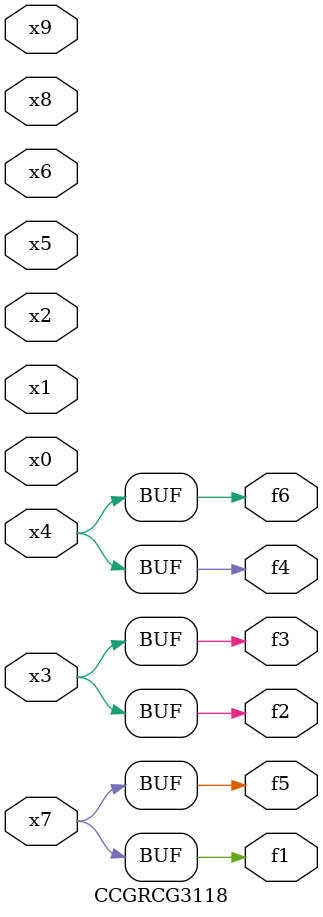
<source format=v>
module CCGRCG3118(
	input x0, x1, x2, x3, x4, x5, x6, x7, x8, x9,
	output f1, f2, f3, f4, f5, f6
);
	assign f1 = x7;
	assign f2 = x3;
	assign f3 = x3;
	assign f4 = x4;
	assign f5 = x7;
	assign f6 = x4;
endmodule

</source>
